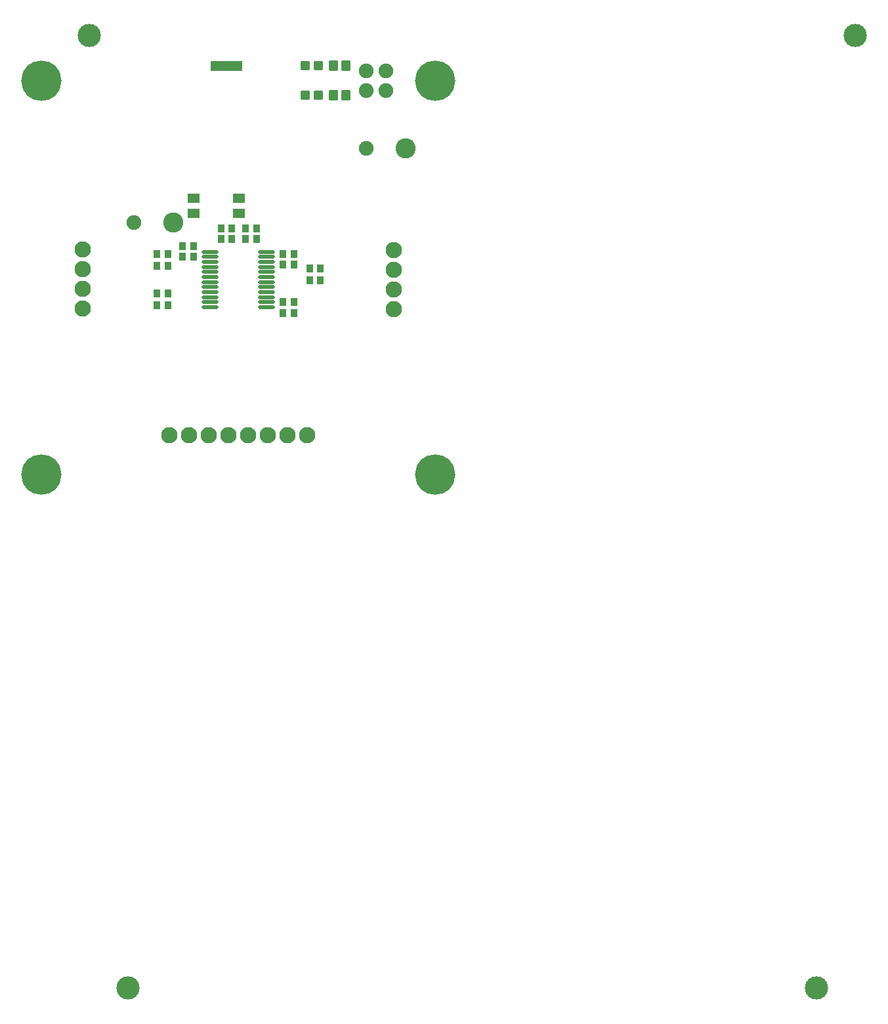
<source format=gts>
G04 Layer: TopSolderMaskLayer*
G04 Panelize: V-CUT, Column: 2, Row: 2, Board Size: 58.42mm x 58.42mm, Panelized Board Size: 118.84mm x 118.84mm*
G04 EasyEDA v6.5.34, 2023-09-29 09:18:30*
G04 c9dbed2a3e91448aa0af638ac9ff533e,5a6b42c53f6a479593ecc07194224c93,10*
G04 Gerber Generator version 0.2*
G04 Scale: 100 percent, Rotated: No, Reflected: No *
G04 Dimensions in millimeters *
G04 leading zeros omitted , absolute positions ,4 integer and 5 decimal *
%FSLAX45Y45*%
%MOMM*%

%AMMACRO1*1,1,$1,$2,$3*1,1,$1,$4,$5*1,1,$1,0-$2,0-$3*1,1,$1,0-$4,0-$5*20,1,$1,$2,$3,$4,$5,0*20,1,$1,$4,$5,0-$2,0-$3,0*20,1,$1,0-$2,0-$3,0-$4,0-$5,0*20,1,$1,0-$4,0-$5,$2,$3,0*4,1,4,$2,$3,$4,$5,0-$2,0-$3,0-$4,0-$5,$2,$3,0*%
%ADD10MACRO1,0.1016X-0.6885X-0.5663X0.6885X-0.5663*%
%ADD11MACRO1,0.1016X-0.6885X0.5663X0.6885X0.5663*%
%ADD12O,2.2015958X0.5015992*%
%ADD13MACRO1,0.1016X0.4X-0.45X-0.4X-0.45*%
%ADD14MACRO1,0.2032X-0.45X-0.5X-0.45X0.5*%
%ADD15MACRO1,0.2032X0.5X-0.55X-0.5X-0.55*%
%ADD16C,5.2032*%
%ADD17C,1.9016*%
%ADD18C,2.1016*%
%ADD19C,2.6016*%
%ADD20C,3.0000*%

%LPD*%
D10*
G01*
X2933696Y3944726D03*
D11*
G01*
X2933696Y3751473D03*
D10*
G01*
X2349496Y3944726D03*
D11*
G01*
X2349496Y3751473D03*
D12*
G01*
X3288029Y2538221D03*
G01*
X3288029Y2602992D03*
G01*
X3288029Y2668015D03*
G01*
X3288029Y2733039D03*
G01*
X3288029Y2798063D03*
G01*
X3288029Y2863087D03*
G01*
X3288029Y2928112D03*
G01*
X3288029Y2993136D03*
G01*
X3288029Y3058160D03*
G01*
X3288029Y3123184D03*
G01*
X3288029Y3188207D03*
G01*
X3288029Y3252978D03*
G01*
X2553970Y2538221D03*
G01*
X2553970Y2602992D03*
G01*
X2553970Y2668015D03*
G01*
X2553970Y2733039D03*
G01*
X2553970Y2798063D03*
G01*
X2553970Y2863087D03*
G01*
X2553970Y2928112D03*
G01*
X2553970Y2993136D03*
G01*
X2553970Y3058160D03*
G01*
X2553970Y3123184D03*
G01*
X2553970Y3188207D03*
G01*
X2553970Y3252978D03*
D13*
G01*
X3841600Y3035300D03*
G01*
X3981599Y3035300D03*
G01*
X3841600Y2882900D03*
G01*
X3981599Y2882900D03*
G01*
X3498700Y3225800D03*
G01*
X3638699Y3225800D03*
G01*
X3498700Y3086100D03*
G01*
X3638699Y3086100D03*
G01*
X2698600Y3416300D03*
G01*
X2838599Y3416300D03*
G01*
X2698600Y3556000D03*
G01*
X2838599Y3556000D03*
G01*
X3016100Y3416300D03*
G01*
X3156099Y3416300D03*
G01*
X3016100Y3556000D03*
G01*
X3156099Y3556000D03*
G01*
X3498700Y2603500D03*
G01*
X3638699Y2603500D03*
G01*
X3498700Y2463800D03*
G01*
X3638699Y2463800D03*
G01*
X2203300Y3327400D03*
G01*
X2343299Y3327400D03*
G01*
X2203300Y3187700D03*
G01*
X2343299Y3187700D03*
G01*
X1873100Y3225800D03*
G01*
X2013099Y3225800D03*
G01*
X1873100Y3073400D03*
G01*
X2013099Y3073400D03*
G01*
X1873100Y2717800D03*
G01*
X2013099Y2717800D03*
G01*
X1873100Y2565400D03*
G01*
X2013099Y2565400D03*
D14*
G01*
X3788486Y5651492D03*
G01*
X3958485Y5651492D03*
D15*
G01*
X4149087Y5651500D03*
G01*
X4309092Y5651500D03*
D14*
G01*
X3788486Y5270492D03*
G01*
X3958485Y5270492D03*
D15*
G01*
X4149087Y5270500D03*
G01*
X4309092Y5270500D03*
D16*
G01*
X381000Y5461000D03*
G01*
X5461000Y5461000D03*
G01*
X5461000Y381000D03*
G01*
X381000Y381000D03*
D17*
G01*
X4572000Y5588000D03*
G01*
X4572000Y5334000D03*
G01*
X4826000Y5334000D03*
G01*
X4826000Y5588000D03*
D18*
G01*
X3810000Y889000D03*
G01*
X3556000Y889000D03*
G01*
X3302000Y889000D03*
G01*
X3048000Y889000D03*
G01*
X2794000Y889000D03*
G01*
X2540000Y889000D03*
G01*
X2286000Y889000D03*
G01*
X2032000Y889000D03*
G01*
X4931206Y3020161D03*
G01*
X4931206Y2766161D03*
G01*
X4931206Y2512161D03*
G01*
X4931206Y3274161D03*
G01*
X910818Y2520340D03*
G01*
X910818Y3282340D03*
G01*
X910818Y3028340D03*
G01*
X910818Y2774340D03*
D19*
G01*
X2082800Y3632200D03*
G01*
X5080000Y4584700D03*
D17*
G01*
X1574800Y3632200D03*
G01*
X4572000Y4584700D03*
D20*
G01*
X999997Y6041999D03*
G01*
X10884001Y6041999D03*
G01*
X1499996Y-6241999D03*
G01*
X10384002Y-6241999D03*
G36*
X2565400Y5715000D02*
G01*
X2971800Y5715000D01*
X2971800Y5588000D01*
X2565400Y5588000D01*
G37*
M02*

</source>
